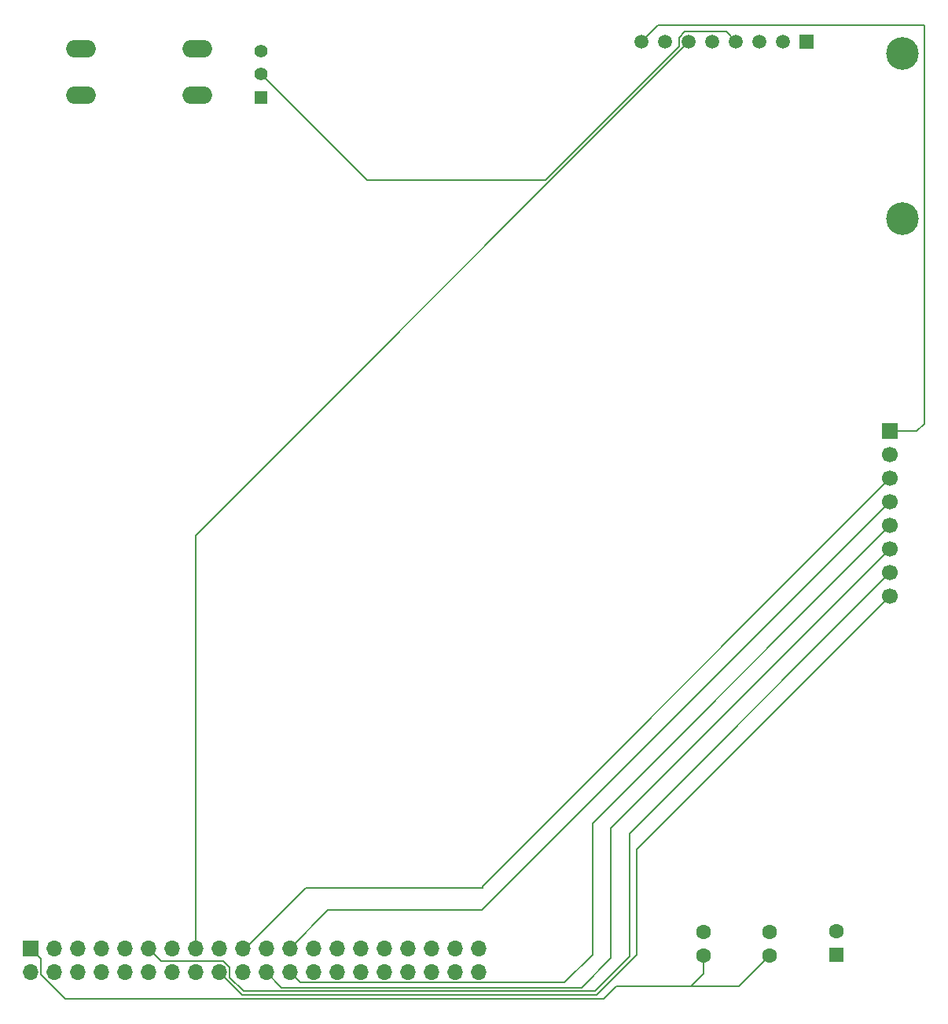
<source format=gbr>
%TF.GenerationSoftware,KiCad,Pcbnew,9.0.2*%
%TF.CreationDate,2025-07-02T14:38:07-04:00*%
%TF.ProjectId,PaperCam_Kicad,50617065-7243-4616-9d5f-4b696361642e,rev?*%
%TF.SameCoordinates,Original*%
%TF.FileFunction,Copper,L1,Top*%
%TF.FilePolarity,Positive*%
%FSLAX46Y46*%
G04 Gerber Fmt 4.6, Leading zero omitted, Abs format (unit mm)*
G04 Created by KiCad (PCBNEW 9.0.2) date 2025-07-02 14:38:07*
%MOMM*%
%LPD*%
G01*
G04 APERTURE LIST*
G04 Aperture macros list*
%AMRoundRect*
0 Rectangle with rounded corners*
0 $1 Rounding radius*
0 $2 $3 $4 $5 $6 $7 $8 $9 X,Y pos of 4 corners*
0 Add a 4 corners polygon primitive as box body*
4,1,4,$2,$3,$4,$5,$6,$7,$8,$9,$2,$3,0*
0 Add four circle primitives for the rounded corners*
1,1,$1+$1,$2,$3*
1,1,$1+$1,$4,$5*
1,1,$1+$1,$6,$7*
1,1,$1+$1,$8,$9*
0 Add four rect primitives between the rounded corners*
20,1,$1+$1,$2,$3,$4,$5,0*
20,1,$1+$1,$4,$5,$6,$7,0*
20,1,$1+$1,$6,$7,$8,$9,0*
20,1,$1+$1,$8,$9,$2,$3,0*%
G04 Aperture macros list end*
%TA.AperFunction,ComponentPad*%
%ADD10C,1.600000*%
%TD*%
%TA.AperFunction,ComponentPad*%
%ADD11RoundRect,0.250000X0.550000X-0.550000X0.550000X0.550000X-0.550000X0.550000X-0.550000X-0.550000X0*%
%TD*%
%TA.AperFunction,ComponentPad*%
%ADD12R,1.700000X1.700000*%
%TD*%
%TA.AperFunction,ComponentPad*%
%ADD13O,1.700000X1.700000*%
%TD*%
%TA.AperFunction,ComponentPad*%
%ADD14R,1.508000X1.508000*%
%TD*%
%TA.AperFunction,ComponentPad*%
%ADD15C,1.508000*%
%TD*%
%TA.AperFunction,ComponentPad*%
%ADD16C,3.516000*%
%TD*%
%TA.AperFunction,ComponentPad*%
%ADD17R,1.408000X1.408000*%
%TD*%
%TA.AperFunction,ComponentPad*%
%ADD18C,1.408000*%
%TD*%
%TA.AperFunction,ComponentPad*%
%ADD19C,1.700000*%
%TD*%
%TA.AperFunction,ComponentPad*%
%ADD20O,3.200000X1.900000*%
%TD*%
%TA.AperFunction,Conductor*%
%ADD21C,0.200000*%
%TD*%
G04 APERTURE END LIST*
D10*
%TO.P,C1,1*%
%TO.N,+3V3*%
X83343750Y-102512500D03*
%TO.P,C1,2*%
%TO.N,GND*%
X83343750Y-100012500D03*
%TD*%
D11*
%TO.P,C3,1*%
%TO.N,+5V*%
X97631250Y-102393750D03*
D10*
%TO.P,C3,2*%
%TO.N,GND*%
X97631250Y-99893750D03*
%TD*%
%TO.P,C2,1*%
%TO.N,+3V3*%
X90487500Y-102512500D03*
%TO.P,C2,2*%
%TO.N,GND*%
X90487500Y-100012500D03*
%TD*%
D12*
%TO.P,RaspberryPiGPIO1,1,1*%
%TO.N,+3V3*%
X10863750Y-101742500D03*
D13*
%TO.P,RaspberryPiGPIO1,2,2*%
%TO.N,+5V*%
X10863750Y-104282500D03*
%TO.P,RaspberryPiGPIO1,3,3*%
%TO.N,unconnected-(RaspberryPiGPIO1-Pad3)*%
X13403750Y-101742500D03*
%TO.P,RaspberryPiGPIO1,4,4*%
%TO.N,unconnected-(RaspberryPiGPIO1-Pad4)*%
X13403750Y-104282500D03*
%TO.P,RaspberryPiGPIO1,5,5*%
%TO.N,unconnected-(RaspberryPiGPIO1-Pad5)*%
X15943750Y-101742500D03*
%TO.P,RaspberryPiGPIO1,6,6*%
%TO.N,GND*%
X15943750Y-104282500D03*
%TO.P,RaspberryPiGPIO1,7,7*%
%TO.N,unconnected-(RaspberryPiGPIO1-Pad7)*%
X18483750Y-101742500D03*
%TO.P,RaspberryPiGPIO1,8,8*%
%TO.N,unconnected-(RaspberryPiGPIO1-Pad8)*%
X18483750Y-104282500D03*
%TO.P,RaspberryPiGPIO1,9,9*%
%TO.N,GND*%
X21023750Y-101742500D03*
%TO.P,RaspberryPiGPIO1,10,10*%
%TO.N,unconnected-(RaspberryPiGPIO1-Pad10)*%
X21023750Y-104282500D03*
%TO.P,RaspberryPiGPIO1,11,11*%
%TO.N,/RST*%
X23563750Y-101742500D03*
%TO.P,RaspberryPiGPIO1,12,12*%
%TO.N,Net-(CameraButton1-Pad1)*%
X23563750Y-104282500D03*
%TO.P,RaspberryPiGPIO1,13,13*%
%TO.N,unconnected-(RaspberryPiGPIO1-Pad13)*%
X26103750Y-101742500D03*
%TO.P,RaspberryPiGPIO1,14,14*%
%TO.N,unconnected-(RaspberryPiGPIO1-Pad14)*%
X26103750Y-104282500D03*
%TO.P,RaspberryPiGPIO1,15,15*%
%TO.N,Net-(U1-LBO)*%
X28643750Y-101742500D03*
%TO.P,RaspberryPiGPIO1,16,16*%
%TO.N,unconnected-(RaspberryPiGPIO1-Pad16)*%
X28643750Y-104282500D03*
%TO.P,RaspberryPiGPIO1,17,17*%
%TO.N,unconnected-(RaspberryPiGPIO1-Pad17)*%
X31183750Y-101742500D03*
%TO.P,RaspberryPiGPIO1,18,18*%
%TO.N,/BUSY*%
X31183750Y-104282500D03*
%TO.P,RaspberryPiGPIO1,19,19*%
%TO.N,/DIN*%
X33723750Y-101742500D03*
%TO.P,RaspberryPiGPIO1,20,20*%
%TO.N,unconnected-(RaspberryPiGPIO1-Pad20)*%
X33723750Y-104282500D03*
%TO.P,RaspberryPiGPIO1,21,21*%
%TO.N,unconnected-(RaspberryPiGPIO1-Pad21)*%
X36263750Y-101742500D03*
%TO.P,RaspberryPiGPIO1,22,22*%
%TO.N,/DC*%
X36263750Y-104282500D03*
%TO.P,RaspberryPiGPIO1,23,23*%
%TO.N,/CLK*%
X38803750Y-101742500D03*
%TO.P,RaspberryPiGPIO1,24,24*%
%TO.N,/CS*%
X38803750Y-104282500D03*
%TO.P,RaspberryPiGPIO1,25,25*%
%TO.N,unconnected-(RaspberryPiGPIO1-Pad25)*%
X41343750Y-101742500D03*
%TO.P,RaspberryPiGPIO1,26,26*%
%TO.N,unconnected-(RaspberryPiGPIO1-Pad26)*%
X41343750Y-104282500D03*
%TO.P,RaspberryPiGPIO1,27,27*%
%TO.N,unconnected-(RaspberryPiGPIO1-Pad27)*%
X43883750Y-101742500D03*
%TO.P,RaspberryPiGPIO1,28,28*%
%TO.N,unconnected-(RaspberryPiGPIO1-Pad28)*%
X43883750Y-104282500D03*
%TO.P,RaspberryPiGPIO1,29,29*%
%TO.N,unconnected-(RaspberryPiGPIO1-Pad29)*%
X46423750Y-101742500D03*
%TO.P,RaspberryPiGPIO1,30,30*%
%TO.N,unconnected-(RaspberryPiGPIO1-Pad30)*%
X46423750Y-104282500D03*
%TO.P,RaspberryPiGPIO1,31,31*%
%TO.N,unconnected-(RaspberryPiGPIO1-Pad31)*%
X48963750Y-101742500D03*
%TO.P,RaspberryPiGPIO1,32,32*%
%TO.N,unconnected-(RaspberryPiGPIO1-Pad32)*%
X48963750Y-104282500D03*
%TO.P,RaspberryPiGPIO1,33,33*%
%TO.N,unconnected-(RaspberryPiGPIO1-Pad33)*%
X51503750Y-101742500D03*
%TO.P,RaspberryPiGPIO1,34,34*%
%TO.N,unconnected-(RaspberryPiGPIO1-Pad34)*%
X51503750Y-104282500D03*
%TO.P,RaspberryPiGPIO1,35,35*%
%TO.N,unconnected-(RaspberryPiGPIO1-Pad35)*%
X54043750Y-101742500D03*
%TO.P,RaspberryPiGPIO1,36,36*%
%TO.N,unconnected-(RaspberryPiGPIO1-Pad36)*%
X54043750Y-104282500D03*
%TO.P,RaspberryPiGPIO1,37,37*%
%TO.N,unconnected-(RaspberryPiGPIO1-Pad37)*%
X56583750Y-101742500D03*
%TO.P,RaspberryPiGPIO1,38,38*%
%TO.N,unconnected-(RaspberryPiGPIO1-Pad38)*%
X56583750Y-104282500D03*
%TO.P,RaspberryPiGPIO1,39,39*%
%TO.N,unconnected-(RaspberryPiGPIO1-Pad39)*%
X59123750Y-101742500D03*
%TO.P,RaspberryPiGPIO1,40,40*%
%TO.N,unconnected-(RaspberryPiGPIO1-Pad40)*%
X59123750Y-104282500D03*
%TD*%
D14*
%TO.P,U1,1,VBUS*%
%TO.N,unconnected-(U1-VBUS-Pad1)*%
X94488000Y-4127500D03*
D15*
%TO.P,U1,2,VLIPO*%
%TO.N,unconnected-(U1-VLIPO-Pad2)*%
X91948000Y-4127500D03*
%TO.P,U1,3,VBAT*%
%TO.N,unconnected-(U1-VBAT-Pad3)*%
X89408000Y-4127500D03*
%TO.P,U1,4,EN*%
%TO.N,Net-(PowerSwitch1-B)*%
X86868000Y-4127500D03*
%TO.P,U1,5,GND*%
%TO.N,GND*%
X84328000Y-4127500D03*
%TO.P,U1,6,LBO*%
%TO.N,Net-(U1-LBO)*%
X81788000Y-4127500D03*
%TO.P,U1,7,GND*%
%TO.N,GND*%
X79248000Y-4127500D03*
%TO.P,U1,8,5V*%
%TO.N,+5V*%
X76708000Y-4127500D03*
D16*
%TO.P,U1,P1*%
%TO.N,N/C*%
X104775000Y-5397500D03*
%TO.P,U1,P2*%
X104775000Y-23177500D03*
%TD*%
D17*
%TO.P,PowerSwitch1,1,A*%
%TO.N,GND*%
X35694745Y-10142305D03*
D18*
%TO.P,PowerSwitch1,2,B*%
%TO.N,Net-(PowerSwitch1-B)*%
X35694745Y-7642305D03*
%TO.P,PowerSwitch1,3,C*%
%TO.N,unconnected-(PowerSwitch1-C-Pad3)*%
X35694745Y-5142305D03*
%TD*%
D12*
%TO.P,Display1,1,Pin_1*%
%TO.N,+5V*%
X103460219Y-46071437D03*
D19*
%TO.P,Display1,2,Pin_2*%
%TO.N,GND*%
X103460219Y-48611437D03*
%TO.P,Display1,3,Pin_3*%
%TO.N,/DIN*%
X103460219Y-51151437D03*
%TO.P,Display1,4,Pin_4*%
%TO.N,/CLK*%
X103460219Y-53691437D03*
%TO.P,Display1,5,Pin_5*%
%TO.N,/CS*%
X103460219Y-56231437D03*
%TO.P,Display1,6,Pin_6*%
%TO.N,/DC*%
X103460219Y-58771437D03*
%TO.P,Display1,7,Pin_7*%
%TO.N,/RST*%
X103460219Y-61311437D03*
%TO.P,Display1,8,Pin_8*%
%TO.N,/BUSY*%
X103460219Y-63851437D03*
%TD*%
D20*
%TO.P,CameraButton1,1,1*%
%TO.N,Net-(CameraButton1-Pad1)*%
X28791828Y-4908870D03*
X16291828Y-4908870D03*
%TO.P,CameraButton1,2,2*%
%TO.N,GND*%
X28791828Y-9908870D03*
X16291828Y-9908870D03*
%TD*%
D21*
%TO.N,/RST*%
X23563750Y-101742500D02*
X24952750Y-103131500D01*
X24952750Y-103131500D02*
X31660510Y-103131500D01*
X32334750Y-103805740D02*
X32334750Y-104866400D01*
X31660510Y-103131500D02*
X32334750Y-103805740D01*
X32334750Y-104866400D02*
X33822600Y-106354250D01*
X71672400Y-106354250D02*
X75398885Y-102627765D01*
X33822600Y-106354250D02*
X71672400Y-106354250D01*
X75398885Y-89372771D02*
X103460219Y-61311437D01*
X75398885Y-102627765D02*
X75398885Y-89372771D01*
%TO.N,/DC*%
X36263750Y-104282500D02*
X37934500Y-105953250D01*
X37934500Y-105953250D02*
X70259249Y-105953250D01*
X70259249Y-105953250D02*
X73407380Y-102805119D01*
X73407380Y-102805119D02*
X73407380Y-88824276D01*
X73407380Y-88824276D02*
X103460219Y-58771437D01*
%TO.N,/CS*%
X38803750Y-104282500D02*
X39954750Y-105433500D01*
X71437500Y-102393750D02*
X71437500Y-88254156D01*
X71437500Y-88254156D02*
X103460219Y-56231437D01*
X39954750Y-105433500D02*
X68397750Y-105433500D01*
X68397750Y-105433500D02*
X71437500Y-102393750D01*
%TO.N,/BUSY*%
X31183750Y-104282500D02*
X33656500Y-106755250D01*
X33656500Y-106755250D02*
X35718750Y-106755250D01*
%TO.N,+3V3*%
X87191712Y-105808288D02*
X90487500Y-102512500D01*
X12014750Y-102893500D02*
X12014750Y-104568826D01*
X81995788Y-105808288D02*
X87191712Y-105808288D01*
X73919662Y-105808288D02*
X81995788Y-105808288D01*
X83343750Y-104460326D02*
X83343750Y-102512500D01*
X10863750Y-101742500D02*
X12014750Y-102893500D01*
X81995788Y-105808288D02*
X83343750Y-104460326D01*
X12014750Y-104568826D02*
X14602174Y-107156250D01*
X14602174Y-107156250D02*
X72571700Y-107156250D01*
X72571700Y-107156250D02*
X73919662Y-105808288D01*
%TO.N,GND*%
X29025263Y-10142305D02*
X28791828Y-9908870D01*
%TO.N,+5V*%
X106328563Y-46071437D02*
X107156250Y-45243750D01*
X78454250Y-2381250D02*
X107156250Y-2381250D01*
X107156250Y-2381250D02*
X107156250Y-45243750D01*
X103460219Y-46071437D02*
X106328563Y-46071437D01*
X76708000Y-4127500D02*
X78454250Y-2381250D01*
%TO.N,/DC*%
X36263750Y-104282500D02*
X36919313Y-104282500D01*
%TO.N,/BUSY*%
X71838500Y-106755250D02*
X76200000Y-102393750D01*
X76200000Y-102393750D02*
X76200000Y-91111656D01*
X35718750Y-106755250D02*
X71838500Y-106755250D01*
X76200000Y-91111656D02*
X103460219Y-63851437D01*
%TO.N,/CS*%
X38803750Y-104282500D02*
X39459314Y-104282500D01*
%TO.N,/CLK*%
X103460219Y-53691437D02*
X59520406Y-97631250D01*
X59520406Y-97631250D02*
X42915000Y-97631250D01*
X42915000Y-97631250D02*
X38803750Y-101742500D01*
%TO.N,/DIN*%
X59531250Y-95080406D02*
X103460219Y-51151437D01*
X59531250Y-95250000D02*
X59531250Y-95080406D01*
X33723750Y-101742500D02*
X33988750Y-101742500D01*
X33988750Y-101742500D02*
X40481250Y-95250000D01*
X40481250Y-95250000D02*
X59531250Y-95250000D01*
%TO.N,Net-(PowerSwitch1-B)*%
X81351004Y-3072500D02*
X80733000Y-3690504D01*
X86868000Y-4127500D02*
X85813000Y-3072500D01*
X85813000Y-3072500D02*
X81351004Y-3072500D01*
X47102440Y-19050000D02*
X35694745Y-7642305D01*
X80733000Y-3690504D02*
X80733000Y-4615400D01*
X66298400Y-19050000D02*
X47102440Y-19050000D01*
X80733000Y-4615400D02*
X66298400Y-19050000D01*
%TO.N,Net-(U1-LBO)*%
X28643750Y-101742500D02*
X28643750Y-57271750D01*
X28643750Y-57271750D02*
X81788000Y-4127500D01*
%TD*%
M02*

</source>
